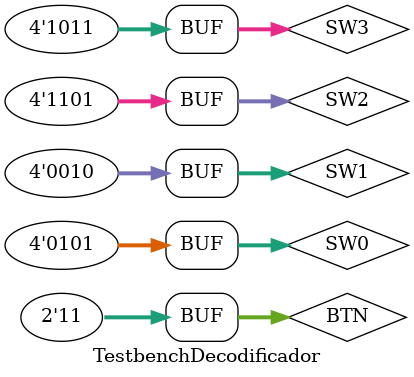
<source format=sv>
`timescale 1ns / 1ps
module TestbenchDecodificador;
    logic [6:0]  SEG;      //display de 7 segmentos
    logic [7:0]  AN;       //ánodos del display de 7 segmentos
    logic [3:0] SW0, SW1, SW2, SW3;       //grupos de switches
    logic [1:0] BTN;       //botones 
       
    decodificador uut (
        .SW0(SW0),
        .SW1(SW1),
        .SW2(SW2),
        .SW3(SW3),
        .BTN(BTN),
        .AN(AN),
        .SEG(SEG)      
        );
       
    initial begin
    //caso #1. Primer grupo de switches
    BTN = 2'b00;#10;
    SW0 = 4'hA; #30;
    SW0 = 4'h8; #30;
    SW1 = 4'h8; #30;
    SW2 = 4'hF; #30;
    SW3 = 4'h1; #30;
    
    //caso #2. Segundo grupo de switches  
    BTN = 2'b01;#10;  
    SW1 = 4'h5; #30;
    SW1 = 4'h1; #30;
    SW0 = 4'h8; #30;
    SW2 = 4'hC; #30;
    SW3 = 4'hB; #30; 
    
    //caso #3. Tercer grupo de switches  
    BTN = 2'b10;#10;
    SW2 = 4'h3; #30;
    SW2 = 4'h9; #30;   
    SW0 = 4'h7; #30;
    SW1 = 4'h4; #30;
    SW3 = 4'hA; #30;
    //caso #4. Cuarto grupo de switches  
    BTN = 2'b11;#10;    
    SW3 = 4'h0; #30;
    SW3 = 4'hB; #30;
    SW0 = 4'h5; #30;
    SW1 = 4'h2; #30;
    SW2 = 4'hD; #30;
    end
    
endmodule

</source>
